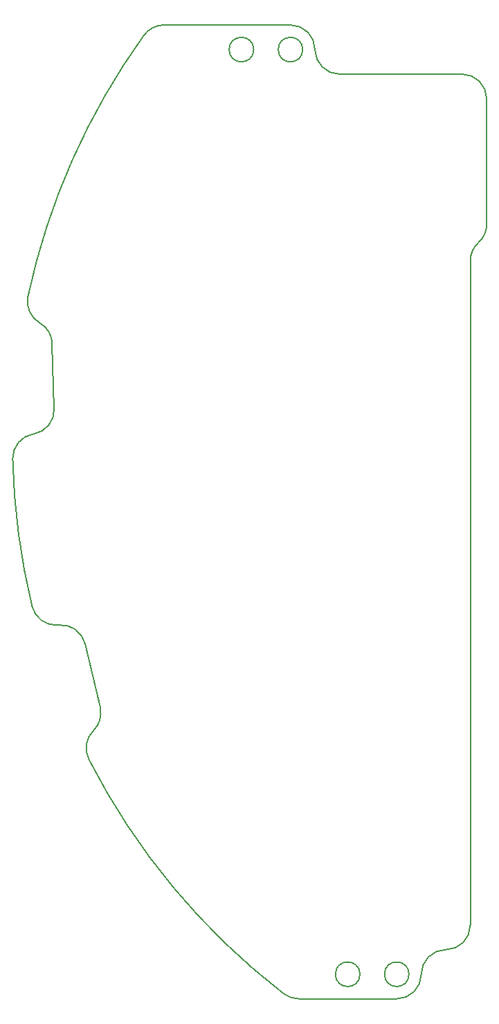
<source format=gko>
%TF.GenerationSoftware,KiCad,Pcbnew,7.0.7*%
%TF.CreationDate,2024-01-01T11:44:23+09:00*%
%TF.ProjectId,mother_orion_v5,6d6f7468-6572-45f6-9f72-696f6e5f7635,rev?*%
%TF.SameCoordinates,Original*%
%TF.FileFunction,Profile,NP*%
%FSLAX46Y46*%
G04 Gerber Fmt 4.6, Leading zero omitted, Abs format (unit mm)*
G04 Created by KiCad (PCBNEW 7.0.7) date 2024-01-01 11:44:23*
%MOMM*%
%LPD*%
G01*
G04 APERTURE LIST*
%TA.AperFunction,Profile*%
%ADD10C,0.200000*%
%TD*%
G04 APERTURE END LIST*
D10*
X62700000Y-175700000D02*
G75*
G03*
X62700000Y-175700000I-1500000J0D01*
G01*
X73200000Y-172700000D02*
G75*
G03*
X76200000Y-169700000I0J3000000D01*
G01*
X68700000Y-175700000D02*
G75*
G03*
X68700000Y-175700000I-1500000J0D01*
G01*
X67200000Y-178700000D02*
G75*
G03*
X70200000Y-175700000I0J3000000D01*
G01*
X77200009Y-86292369D02*
G75*
G03*
X76200000Y-88528427I1999891J-2236031D01*
G01*
X29071844Y-135317150D02*
X30912841Y-143102440D01*
X57200000Y-62700000D02*
G75*
G03*
X54200000Y-59700000I-3000000J0D01*
G01*
X22598415Y-130749218D02*
G75*
G03*
X25833044Y-133024565I2915285J707518D01*
G01*
X38716919Y-59700058D02*
G75*
G03*
X36284613Y-60943902I-19J-3000042D01*
G01*
X53381099Y-178078050D02*
G75*
G03*
X55210001Y-178700000I1828901J2378050D01*
G01*
X22759383Y-109677797D02*
G75*
G03*
X25294460Y-106625075I-463713J2964047D01*
G01*
X76200000Y-169700000D02*
X76200000Y-88528427D01*
X78200000Y-68700000D02*
G75*
G03*
X75200000Y-65700000I-3000000J0D01*
G01*
X54200000Y-59700000D02*
X38716919Y-59700000D01*
X25057760Y-98628578D02*
G75*
G03*
X23541510Y-96109218I-2998760J-88822D01*
G01*
X22090665Y-92871854D02*
G75*
G03*
X23541510Y-96109216I2933435J-629146D01*
G01*
X36284612Y-60943902D02*
G75*
G03*
X22090690Y-92871859I68915388J-49756098D01*
G01*
X55700000Y-62700000D02*
G75*
G03*
X55700000Y-62700000I-1500000J0D01*
G01*
X29071793Y-135317162D02*
G75*
G03*
X25833044Y-133024566I-2919393J-690238D01*
G01*
X30100330Y-145928389D02*
G75*
G03*
X30912840Y-143102440I-2107030J2135589D01*
G01*
X78200000Y-84056291D02*
X78200000Y-68700000D01*
X49700000Y-62700000D02*
G75*
G03*
X49700000Y-62700000I-1500000J0D01*
G01*
X22759384Y-109677804D02*
G75*
G03*
X20223836Y-112712806I463676J-2964016D01*
G01*
X73200000Y-172700000D02*
G75*
G03*
X70200000Y-175700000I0J-3000000D01*
G01*
X75200000Y-65700000D02*
X60200000Y-65700000D01*
X55210001Y-178700000D02*
X67200000Y-178700000D01*
X29536835Y-149430934D02*
G75*
G03*
X53381100Y-178078048I75663165J38730934D01*
G01*
X25057746Y-98628578D02*
X25294461Y-106625075D01*
X30100329Y-145928388D02*
G75*
G03*
X29536835Y-149430934I2107091J-2135592D01*
G01*
X20223836Y-112712806D02*
G75*
G03*
X22598376Y-130749228I84976164J2012806D01*
G01*
X77200004Y-86292364D02*
G75*
G03*
X78200000Y-84056291I-2000004J2236064D01*
G01*
X57200000Y-62700000D02*
G75*
G03*
X60200000Y-65700000I3000000J0D01*
G01*
M02*

</source>
